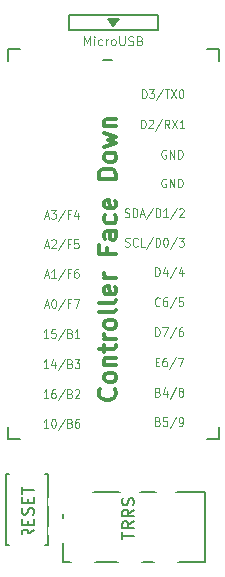
<source format=gto>
G04 #@! TF.GenerationSoftware,KiCad,Pcbnew,7.0.7*
G04 #@! TF.CreationDate,2023-09-27T19:23:00+01:00*
G04 #@! TF.ProjectId,ferris-sweep-compact,66657272-6973-42d7-9377-6565702d636f,0.1*
G04 #@! TF.SameCoordinates,Original*
G04 #@! TF.FileFunction,Legend,Top*
G04 #@! TF.FilePolarity,Positive*
%FSLAX46Y46*%
G04 Gerber Fmt 4.6, Leading zero omitted, Abs format (unit mm)*
G04 Created by KiCad (PCBNEW 7.0.7) date 2023-09-27 19:23:00*
%MOMM*%
%LPD*%
G01*
G04 APERTURE LIST*
%ADD10C,0.300000*%
%ADD11C,0.125000*%
%ADD12C,0.150000*%
%ADD13C,0.120000*%
%ADD14C,1.524000*%
%ADD15C,2.000000*%
%ADD16C,1.200000*%
%ADD17O,2.500000X1.700000*%
%ADD18C,2.101800*%
%ADD19C,1.390600*%
%ADD20C,3.829000*%
%ADD21C,2.432000*%
%ADD22C,1.924000*%
%ADD23C,2.400000*%
%ADD24C,1.600000*%
%ADD25O,2.900000X2.100000*%
G04 APERTURE END LIST*
D10*
X179072071Y-106503999D02*
X179143500Y-106575427D01*
X179143500Y-106575427D02*
X179214928Y-106789713D01*
X179214928Y-106789713D02*
X179214928Y-106932570D01*
X179214928Y-106932570D02*
X179143500Y-107146856D01*
X179143500Y-107146856D02*
X179000642Y-107289713D01*
X179000642Y-107289713D02*
X178857785Y-107361142D01*
X178857785Y-107361142D02*
X178572071Y-107432570D01*
X178572071Y-107432570D02*
X178357785Y-107432570D01*
X178357785Y-107432570D02*
X178072071Y-107361142D01*
X178072071Y-107361142D02*
X177929214Y-107289713D01*
X177929214Y-107289713D02*
X177786357Y-107146856D01*
X177786357Y-107146856D02*
X177714928Y-106932570D01*
X177714928Y-106932570D02*
X177714928Y-106789713D01*
X177714928Y-106789713D02*
X177786357Y-106575427D01*
X177786357Y-106575427D02*
X177857785Y-106503999D01*
X179214928Y-105646856D02*
X179143500Y-105789713D01*
X179143500Y-105789713D02*
X179072071Y-105861142D01*
X179072071Y-105861142D02*
X178929214Y-105932570D01*
X178929214Y-105932570D02*
X178500642Y-105932570D01*
X178500642Y-105932570D02*
X178357785Y-105861142D01*
X178357785Y-105861142D02*
X178286357Y-105789713D01*
X178286357Y-105789713D02*
X178214928Y-105646856D01*
X178214928Y-105646856D02*
X178214928Y-105432570D01*
X178214928Y-105432570D02*
X178286357Y-105289713D01*
X178286357Y-105289713D02*
X178357785Y-105218285D01*
X178357785Y-105218285D02*
X178500642Y-105146856D01*
X178500642Y-105146856D02*
X178929214Y-105146856D01*
X178929214Y-105146856D02*
X179072071Y-105218285D01*
X179072071Y-105218285D02*
X179143500Y-105289713D01*
X179143500Y-105289713D02*
X179214928Y-105432570D01*
X179214928Y-105432570D02*
X179214928Y-105646856D01*
X178214928Y-104503999D02*
X179214928Y-104503999D01*
X178357785Y-104503999D02*
X178286357Y-104432570D01*
X178286357Y-104432570D02*
X178214928Y-104289713D01*
X178214928Y-104289713D02*
X178214928Y-104075427D01*
X178214928Y-104075427D02*
X178286357Y-103932570D01*
X178286357Y-103932570D02*
X178429214Y-103861142D01*
X178429214Y-103861142D02*
X179214928Y-103861142D01*
X178214928Y-103361141D02*
X178214928Y-102789713D01*
X177714928Y-103146856D02*
X179000642Y-103146856D01*
X179000642Y-103146856D02*
X179143500Y-103075427D01*
X179143500Y-103075427D02*
X179214928Y-102932570D01*
X179214928Y-102932570D02*
X179214928Y-102789713D01*
X179214928Y-102289713D02*
X178214928Y-102289713D01*
X178500642Y-102289713D02*
X178357785Y-102218284D01*
X178357785Y-102218284D02*
X178286357Y-102146856D01*
X178286357Y-102146856D02*
X178214928Y-102003998D01*
X178214928Y-102003998D02*
X178214928Y-101861141D01*
X179214928Y-101146856D02*
X179143500Y-101289713D01*
X179143500Y-101289713D02*
X179072071Y-101361142D01*
X179072071Y-101361142D02*
X178929214Y-101432570D01*
X178929214Y-101432570D02*
X178500642Y-101432570D01*
X178500642Y-101432570D02*
X178357785Y-101361142D01*
X178357785Y-101361142D02*
X178286357Y-101289713D01*
X178286357Y-101289713D02*
X178214928Y-101146856D01*
X178214928Y-101146856D02*
X178214928Y-100932570D01*
X178214928Y-100932570D02*
X178286357Y-100789713D01*
X178286357Y-100789713D02*
X178357785Y-100718285D01*
X178357785Y-100718285D02*
X178500642Y-100646856D01*
X178500642Y-100646856D02*
X178929214Y-100646856D01*
X178929214Y-100646856D02*
X179072071Y-100718285D01*
X179072071Y-100718285D02*
X179143500Y-100789713D01*
X179143500Y-100789713D02*
X179214928Y-100932570D01*
X179214928Y-100932570D02*
X179214928Y-101146856D01*
X179214928Y-99789713D02*
X179143500Y-99932570D01*
X179143500Y-99932570D02*
X179000642Y-100003999D01*
X179000642Y-100003999D02*
X177714928Y-100003999D01*
X179214928Y-99003999D02*
X179143500Y-99146856D01*
X179143500Y-99146856D02*
X179000642Y-99218285D01*
X179000642Y-99218285D02*
X177714928Y-99218285D01*
X179143500Y-97861142D02*
X179214928Y-98003999D01*
X179214928Y-98003999D02*
X179214928Y-98289714D01*
X179214928Y-98289714D02*
X179143500Y-98432571D01*
X179143500Y-98432571D02*
X179000642Y-98503999D01*
X179000642Y-98503999D02*
X178429214Y-98503999D01*
X178429214Y-98503999D02*
X178286357Y-98432571D01*
X178286357Y-98432571D02*
X178214928Y-98289714D01*
X178214928Y-98289714D02*
X178214928Y-98003999D01*
X178214928Y-98003999D02*
X178286357Y-97861142D01*
X178286357Y-97861142D02*
X178429214Y-97789714D01*
X178429214Y-97789714D02*
X178572071Y-97789714D01*
X178572071Y-97789714D02*
X178714928Y-98503999D01*
X179214928Y-97146857D02*
X178214928Y-97146857D01*
X178500642Y-97146857D02*
X178357785Y-97075428D01*
X178357785Y-97075428D02*
X178286357Y-97004000D01*
X178286357Y-97004000D02*
X178214928Y-96861142D01*
X178214928Y-96861142D02*
X178214928Y-96718285D01*
X178429214Y-94575429D02*
X178429214Y-95075429D01*
X179214928Y-95075429D02*
X177714928Y-95075429D01*
X177714928Y-95075429D02*
X177714928Y-94361143D01*
X179214928Y-93146858D02*
X178429214Y-93146858D01*
X178429214Y-93146858D02*
X178286357Y-93218286D01*
X178286357Y-93218286D02*
X178214928Y-93361143D01*
X178214928Y-93361143D02*
X178214928Y-93646858D01*
X178214928Y-93646858D02*
X178286357Y-93789715D01*
X179143500Y-93146858D02*
X179214928Y-93289715D01*
X179214928Y-93289715D02*
X179214928Y-93646858D01*
X179214928Y-93646858D02*
X179143500Y-93789715D01*
X179143500Y-93789715D02*
X179000642Y-93861143D01*
X179000642Y-93861143D02*
X178857785Y-93861143D01*
X178857785Y-93861143D02*
X178714928Y-93789715D01*
X178714928Y-93789715D02*
X178643500Y-93646858D01*
X178643500Y-93646858D02*
X178643500Y-93289715D01*
X178643500Y-93289715D02*
X178572071Y-93146858D01*
X179143500Y-91789715D02*
X179214928Y-91932572D01*
X179214928Y-91932572D02*
X179214928Y-92218286D01*
X179214928Y-92218286D02*
X179143500Y-92361143D01*
X179143500Y-92361143D02*
X179072071Y-92432572D01*
X179072071Y-92432572D02*
X178929214Y-92504000D01*
X178929214Y-92504000D02*
X178500642Y-92504000D01*
X178500642Y-92504000D02*
X178357785Y-92432572D01*
X178357785Y-92432572D02*
X178286357Y-92361143D01*
X178286357Y-92361143D02*
X178214928Y-92218286D01*
X178214928Y-92218286D02*
X178214928Y-91932572D01*
X178214928Y-91932572D02*
X178286357Y-91789715D01*
X179143500Y-90575429D02*
X179214928Y-90718286D01*
X179214928Y-90718286D02*
X179214928Y-91004001D01*
X179214928Y-91004001D02*
X179143500Y-91146858D01*
X179143500Y-91146858D02*
X179000642Y-91218286D01*
X179000642Y-91218286D02*
X178429214Y-91218286D01*
X178429214Y-91218286D02*
X178286357Y-91146858D01*
X178286357Y-91146858D02*
X178214928Y-91004001D01*
X178214928Y-91004001D02*
X178214928Y-90718286D01*
X178214928Y-90718286D02*
X178286357Y-90575429D01*
X178286357Y-90575429D02*
X178429214Y-90504001D01*
X178429214Y-90504001D02*
X178572071Y-90504001D01*
X178572071Y-90504001D02*
X178714928Y-91218286D01*
X179214928Y-88718287D02*
X177714928Y-88718287D01*
X177714928Y-88718287D02*
X177714928Y-88361144D01*
X177714928Y-88361144D02*
X177786357Y-88146858D01*
X177786357Y-88146858D02*
X177929214Y-88004001D01*
X177929214Y-88004001D02*
X178072071Y-87932572D01*
X178072071Y-87932572D02*
X178357785Y-87861144D01*
X178357785Y-87861144D02*
X178572071Y-87861144D01*
X178572071Y-87861144D02*
X178857785Y-87932572D01*
X178857785Y-87932572D02*
X179000642Y-88004001D01*
X179000642Y-88004001D02*
X179143500Y-88146858D01*
X179143500Y-88146858D02*
X179214928Y-88361144D01*
X179214928Y-88361144D02*
X179214928Y-88718287D01*
X179214928Y-87004001D02*
X179143500Y-87146858D01*
X179143500Y-87146858D02*
X179072071Y-87218287D01*
X179072071Y-87218287D02*
X178929214Y-87289715D01*
X178929214Y-87289715D02*
X178500642Y-87289715D01*
X178500642Y-87289715D02*
X178357785Y-87218287D01*
X178357785Y-87218287D02*
X178286357Y-87146858D01*
X178286357Y-87146858D02*
X178214928Y-87004001D01*
X178214928Y-87004001D02*
X178214928Y-86789715D01*
X178214928Y-86789715D02*
X178286357Y-86646858D01*
X178286357Y-86646858D02*
X178357785Y-86575430D01*
X178357785Y-86575430D02*
X178500642Y-86504001D01*
X178500642Y-86504001D02*
X178929214Y-86504001D01*
X178929214Y-86504001D02*
X179072071Y-86575430D01*
X179072071Y-86575430D02*
X179143500Y-86646858D01*
X179143500Y-86646858D02*
X179214928Y-86789715D01*
X179214928Y-86789715D02*
X179214928Y-87004001D01*
X178214928Y-86004001D02*
X179214928Y-85718287D01*
X179214928Y-85718287D02*
X178500642Y-85432572D01*
X178500642Y-85432572D02*
X179214928Y-85146858D01*
X179214928Y-85146858D02*
X178214928Y-84861144D01*
X178214928Y-84289715D02*
X179214928Y-84289715D01*
X178357785Y-84289715D02*
X178286357Y-84218286D01*
X178286357Y-84218286D02*
X178214928Y-84075429D01*
X178214928Y-84075429D02*
X178214928Y-83861143D01*
X178214928Y-83861143D02*
X178286357Y-83718286D01*
X178286357Y-83718286D02*
X178429214Y-83646858D01*
X178429214Y-83646858D02*
X179214928Y-83646858D01*
D11*
X173450981Y-107306464D02*
X173068124Y-107306464D01*
X173259552Y-107306464D02*
X173259552Y-106556464D01*
X173259552Y-106556464D02*
X173195743Y-106663607D01*
X173195743Y-106663607D02*
X173131933Y-106735035D01*
X173131933Y-106735035D02*
X173068124Y-106770750D01*
X174025266Y-106556464D02*
X173897647Y-106556464D01*
X173897647Y-106556464D02*
X173833838Y-106592178D01*
X173833838Y-106592178D02*
X173801933Y-106627892D01*
X173801933Y-106627892D02*
X173738123Y-106735035D01*
X173738123Y-106735035D02*
X173706219Y-106877892D01*
X173706219Y-106877892D02*
X173706219Y-107163607D01*
X173706219Y-107163607D02*
X173738123Y-107235035D01*
X173738123Y-107235035D02*
X173770028Y-107270750D01*
X173770028Y-107270750D02*
X173833838Y-107306464D01*
X173833838Y-107306464D02*
X173961457Y-107306464D01*
X173961457Y-107306464D02*
X174025266Y-107270750D01*
X174025266Y-107270750D02*
X174057171Y-107235035D01*
X174057171Y-107235035D02*
X174089076Y-107163607D01*
X174089076Y-107163607D02*
X174089076Y-106985035D01*
X174089076Y-106985035D02*
X174057171Y-106913607D01*
X174057171Y-106913607D02*
X174025266Y-106877892D01*
X174025266Y-106877892D02*
X173961457Y-106842178D01*
X173961457Y-106842178D02*
X173833838Y-106842178D01*
X173833838Y-106842178D02*
X173770028Y-106877892D01*
X173770028Y-106877892D02*
X173738123Y-106913607D01*
X173738123Y-106913607D02*
X173706219Y-106985035D01*
X174854790Y-106520750D02*
X174280504Y-107485035D01*
X175301457Y-106913607D02*
X175397171Y-106949321D01*
X175397171Y-106949321D02*
X175429076Y-106985035D01*
X175429076Y-106985035D02*
X175460980Y-107056464D01*
X175460980Y-107056464D02*
X175460980Y-107163607D01*
X175460980Y-107163607D02*
X175429076Y-107235035D01*
X175429076Y-107235035D02*
X175397171Y-107270750D01*
X175397171Y-107270750D02*
X175333361Y-107306464D01*
X175333361Y-107306464D02*
X175078123Y-107306464D01*
X175078123Y-107306464D02*
X175078123Y-106556464D01*
X175078123Y-106556464D02*
X175301457Y-106556464D01*
X175301457Y-106556464D02*
X175365266Y-106592178D01*
X175365266Y-106592178D02*
X175397171Y-106627892D01*
X175397171Y-106627892D02*
X175429076Y-106699321D01*
X175429076Y-106699321D02*
X175429076Y-106770750D01*
X175429076Y-106770750D02*
X175397171Y-106842178D01*
X175397171Y-106842178D02*
X175365266Y-106877892D01*
X175365266Y-106877892D02*
X175301457Y-106913607D01*
X175301457Y-106913607D02*
X175078123Y-106913607D01*
X175716219Y-106627892D02*
X175748123Y-106592178D01*
X175748123Y-106592178D02*
X175811933Y-106556464D01*
X175811933Y-106556464D02*
X175971457Y-106556464D01*
X175971457Y-106556464D02*
X176035266Y-106592178D01*
X176035266Y-106592178D02*
X176067171Y-106627892D01*
X176067171Y-106627892D02*
X176099076Y-106699321D01*
X176099076Y-106699321D02*
X176099076Y-106770750D01*
X176099076Y-106770750D02*
X176067171Y-106877892D01*
X176067171Y-106877892D02*
X175684314Y-107306464D01*
X175684314Y-107306464D02*
X176099076Y-107306464D01*
X182550981Y-104213607D02*
X182774315Y-104213607D01*
X182870029Y-104606464D02*
X182550981Y-104606464D01*
X182550981Y-104606464D02*
X182550981Y-103856464D01*
X182550981Y-103856464D02*
X182870029Y-103856464D01*
X183444314Y-103856464D02*
X183316695Y-103856464D01*
X183316695Y-103856464D02*
X183252886Y-103892178D01*
X183252886Y-103892178D02*
X183220981Y-103927892D01*
X183220981Y-103927892D02*
X183157171Y-104035035D01*
X183157171Y-104035035D02*
X183125267Y-104177892D01*
X183125267Y-104177892D02*
X183125267Y-104463607D01*
X183125267Y-104463607D02*
X183157171Y-104535035D01*
X183157171Y-104535035D02*
X183189076Y-104570750D01*
X183189076Y-104570750D02*
X183252886Y-104606464D01*
X183252886Y-104606464D02*
X183380505Y-104606464D01*
X183380505Y-104606464D02*
X183444314Y-104570750D01*
X183444314Y-104570750D02*
X183476219Y-104535035D01*
X183476219Y-104535035D02*
X183508124Y-104463607D01*
X183508124Y-104463607D02*
X183508124Y-104285035D01*
X183508124Y-104285035D02*
X183476219Y-104213607D01*
X183476219Y-104213607D02*
X183444314Y-104177892D01*
X183444314Y-104177892D02*
X183380505Y-104142178D01*
X183380505Y-104142178D02*
X183252886Y-104142178D01*
X183252886Y-104142178D02*
X183189076Y-104177892D01*
X183189076Y-104177892D02*
X183157171Y-104213607D01*
X183157171Y-104213607D02*
X183125267Y-104285035D01*
X184273838Y-103820750D02*
X183699552Y-104785035D01*
X184433362Y-103856464D02*
X184880028Y-103856464D01*
X184880028Y-103856464D02*
X184592886Y-104606464D01*
X182742410Y-106763607D02*
X182838124Y-106799321D01*
X182838124Y-106799321D02*
X182870029Y-106835035D01*
X182870029Y-106835035D02*
X182901933Y-106906464D01*
X182901933Y-106906464D02*
X182901933Y-107013607D01*
X182901933Y-107013607D02*
X182870029Y-107085035D01*
X182870029Y-107085035D02*
X182838124Y-107120750D01*
X182838124Y-107120750D02*
X182774314Y-107156464D01*
X182774314Y-107156464D02*
X182519076Y-107156464D01*
X182519076Y-107156464D02*
X182519076Y-106406464D01*
X182519076Y-106406464D02*
X182742410Y-106406464D01*
X182742410Y-106406464D02*
X182806219Y-106442178D01*
X182806219Y-106442178D02*
X182838124Y-106477892D01*
X182838124Y-106477892D02*
X182870029Y-106549321D01*
X182870029Y-106549321D02*
X182870029Y-106620750D01*
X182870029Y-106620750D02*
X182838124Y-106692178D01*
X182838124Y-106692178D02*
X182806219Y-106727892D01*
X182806219Y-106727892D02*
X182742410Y-106763607D01*
X182742410Y-106763607D02*
X182519076Y-106763607D01*
X183476219Y-106656464D02*
X183476219Y-107156464D01*
X183316695Y-106370750D02*
X183157172Y-106906464D01*
X183157172Y-106906464D02*
X183571933Y-106906464D01*
X184305743Y-106370750D02*
X183731457Y-107335035D01*
X184624791Y-106727892D02*
X184560981Y-106692178D01*
X184560981Y-106692178D02*
X184529076Y-106656464D01*
X184529076Y-106656464D02*
X184497172Y-106585035D01*
X184497172Y-106585035D02*
X184497172Y-106549321D01*
X184497172Y-106549321D02*
X184529076Y-106477892D01*
X184529076Y-106477892D02*
X184560981Y-106442178D01*
X184560981Y-106442178D02*
X184624791Y-106406464D01*
X184624791Y-106406464D02*
X184752410Y-106406464D01*
X184752410Y-106406464D02*
X184816219Y-106442178D01*
X184816219Y-106442178D02*
X184848124Y-106477892D01*
X184848124Y-106477892D02*
X184880029Y-106549321D01*
X184880029Y-106549321D02*
X184880029Y-106585035D01*
X184880029Y-106585035D02*
X184848124Y-106656464D01*
X184848124Y-106656464D02*
X184816219Y-106692178D01*
X184816219Y-106692178D02*
X184752410Y-106727892D01*
X184752410Y-106727892D02*
X184624791Y-106727892D01*
X184624791Y-106727892D02*
X184560981Y-106763607D01*
X184560981Y-106763607D02*
X184529076Y-106799321D01*
X184529076Y-106799321D02*
X184497172Y-106870750D01*
X184497172Y-106870750D02*
X184497172Y-107013607D01*
X184497172Y-107013607D02*
X184529076Y-107085035D01*
X184529076Y-107085035D02*
X184560981Y-107120750D01*
X184560981Y-107120750D02*
X184624791Y-107156464D01*
X184624791Y-107156464D02*
X184752410Y-107156464D01*
X184752410Y-107156464D02*
X184816219Y-107120750D01*
X184816219Y-107120750D02*
X184848124Y-107085035D01*
X184848124Y-107085035D02*
X184880029Y-107013607D01*
X184880029Y-107013607D02*
X184880029Y-106870750D01*
X184880029Y-106870750D02*
X184848124Y-106799321D01*
X184848124Y-106799321D02*
X184816219Y-106763607D01*
X184816219Y-106763607D02*
X184752410Y-106727892D01*
X181394790Y-81906464D02*
X181394790Y-81156464D01*
X181394790Y-81156464D02*
X181554314Y-81156464D01*
X181554314Y-81156464D02*
X181650028Y-81192178D01*
X181650028Y-81192178D02*
X181713838Y-81263607D01*
X181713838Y-81263607D02*
X181745743Y-81335035D01*
X181745743Y-81335035D02*
X181777647Y-81477892D01*
X181777647Y-81477892D02*
X181777647Y-81585035D01*
X181777647Y-81585035D02*
X181745743Y-81727892D01*
X181745743Y-81727892D02*
X181713838Y-81799321D01*
X181713838Y-81799321D02*
X181650028Y-81870750D01*
X181650028Y-81870750D02*
X181554314Y-81906464D01*
X181554314Y-81906464D02*
X181394790Y-81906464D01*
X182000981Y-81156464D02*
X182415743Y-81156464D01*
X182415743Y-81156464D02*
X182192409Y-81442178D01*
X182192409Y-81442178D02*
X182288124Y-81442178D01*
X182288124Y-81442178D02*
X182351933Y-81477892D01*
X182351933Y-81477892D02*
X182383838Y-81513607D01*
X182383838Y-81513607D02*
X182415743Y-81585035D01*
X182415743Y-81585035D02*
X182415743Y-81763607D01*
X182415743Y-81763607D02*
X182383838Y-81835035D01*
X182383838Y-81835035D02*
X182351933Y-81870750D01*
X182351933Y-81870750D02*
X182288124Y-81906464D01*
X182288124Y-81906464D02*
X182096695Y-81906464D01*
X182096695Y-81906464D02*
X182032886Y-81870750D01*
X182032886Y-81870750D02*
X182000981Y-81835035D01*
X183181457Y-81120750D02*
X182607171Y-82085035D01*
X183309076Y-81156464D02*
X183691933Y-81156464D01*
X183500505Y-81906464D02*
X183500505Y-81156464D01*
X183851457Y-81156464D02*
X184298123Y-81906464D01*
X184298123Y-81156464D02*
X183851457Y-81906464D01*
X184680980Y-81156464D02*
X184744790Y-81156464D01*
X184744790Y-81156464D02*
X184808599Y-81192178D01*
X184808599Y-81192178D02*
X184840504Y-81227892D01*
X184840504Y-81227892D02*
X184872409Y-81299321D01*
X184872409Y-81299321D02*
X184904314Y-81442178D01*
X184904314Y-81442178D02*
X184904314Y-81620750D01*
X184904314Y-81620750D02*
X184872409Y-81763607D01*
X184872409Y-81763607D02*
X184840504Y-81835035D01*
X184840504Y-81835035D02*
X184808599Y-81870750D01*
X184808599Y-81870750D02*
X184744790Y-81906464D01*
X184744790Y-81906464D02*
X184680980Y-81906464D01*
X184680980Y-81906464D02*
X184617171Y-81870750D01*
X184617171Y-81870750D02*
X184585266Y-81835035D01*
X184585266Y-81835035D02*
X184553361Y-81763607D01*
X184553361Y-81763607D02*
X184521457Y-81620750D01*
X184521457Y-81620750D02*
X184521457Y-81442178D01*
X184521457Y-81442178D02*
X184553361Y-81299321D01*
X184553361Y-81299321D02*
X184585266Y-81227892D01*
X184585266Y-81227892D02*
X184617171Y-81192178D01*
X184617171Y-81192178D02*
X184680980Y-81156464D01*
X173450981Y-102206464D02*
X173068124Y-102206464D01*
X173259552Y-102206464D02*
X173259552Y-101456464D01*
X173259552Y-101456464D02*
X173195743Y-101563607D01*
X173195743Y-101563607D02*
X173131933Y-101635035D01*
X173131933Y-101635035D02*
X173068124Y-101670750D01*
X174057171Y-101456464D02*
X173738123Y-101456464D01*
X173738123Y-101456464D02*
X173706219Y-101813607D01*
X173706219Y-101813607D02*
X173738123Y-101777892D01*
X173738123Y-101777892D02*
X173801933Y-101742178D01*
X173801933Y-101742178D02*
X173961457Y-101742178D01*
X173961457Y-101742178D02*
X174025266Y-101777892D01*
X174025266Y-101777892D02*
X174057171Y-101813607D01*
X174057171Y-101813607D02*
X174089076Y-101885035D01*
X174089076Y-101885035D02*
X174089076Y-102063607D01*
X174089076Y-102063607D02*
X174057171Y-102135035D01*
X174057171Y-102135035D02*
X174025266Y-102170750D01*
X174025266Y-102170750D02*
X173961457Y-102206464D01*
X173961457Y-102206464D02*
X173801933Y-102206464D01*
X173801933Y-102206464D02*
X173738123Y-102170750D01*
X173738123Y-102170750D02*
X173706219Y-102135035D01*
X174854790Y-101420750D02*
X174280504Y-102385035D01*
X175301457Y-101813607D02*
X175397171Y-101849321D01*
X175397171Y-101849321D02*
X175429076Y-101885035D01*
X175429076Y-101885035D02*
X175460980Y-101956464D01*
X175460980Y-101956464D02*
X175460980Y-102063607D01*
X175460980Y-102063607D02*
X175429076Y-102135035D01*
X175429076Y-102135035D02*
X175397171Y-102170750D01*
X175397171Y-102170750D02*
X175333361Y-102206464D01*
X175333361Y-102206464D02*
X175078123Y-102206464D01*
X175078123Y-102206464D02*
X175078123Y-101456464D01*
X175078123Y-101456464D02*
X175301457Y-101456464D01*
X175301457Y-101456464D02*
X175365266Y-101492178D01*
X175365266Y-101492178D02*
X175397171Y-101527892D01*
X175397171Y-101527892D02*
X175429076Y-101599321D01*
X175429076Y-101599321D02*
X175429076Y-101670750D01*
X175429076Y-101670750D02*
X175397171Y-101742178D01*
X175397171Y-101742178D02*
X175365266Y-101777892D01*
X175365266Y-101777892D02*
X175301457Y-101813607D01*
X175301457Y-101813607D02*
X175078123Y-101813607D01*
X176099076Y-102206464D02*
X175716219Y-102206464D01*
X175907647Y-102206464D02*
X175907647Y-101456464D01*
X175907647Y-101456464D02*
X175843838Y-101563607D01*
X175843838Y-101563607D02*
X175780028Y-101635035D01*
X175780028Y-101635035D02*
X175716219Y-101670750D01*
D12*
X178094314Y-78689866D02*
X178856219Y-78689866D01*
D11*
X182901933Y-99435035D02*
X182870029Y-99470750D01*
X182870029Y-99470750D02*
X182774314Y-99506464D01*
X182774314Y-99506464D02*
X182710505Y-99506464D01*
X182710505Y-99506464D02*
X182614791Y-99470750D01*
X182614791Y-99470750D02*
X182550981Y-99399321D01*
X182550981Y-99399321D02*
X182519076Y-99327892D01*
X182519076Y-99327892D02*
X182487172Y-99185035D01*
X182487172Y-99185035D02*
X182487172Y-99077892D01*
X182487172Y-99077892D02*
X182519076Y-98935035D01*
X182519076Y-98935035D02*
X182550981Y-98863607D01*
X182550981Y-98863607D02*
X182614791Y-98792178D01*
X182614791Y-98792178D02*
X182710505Y-98756464D01*
X182710505Y-98756464D02*
X182774314Y-98756464D01*
X182774314Y-98756464D02*
X182870029Y-98792178D01*
X182870029Y-98792178D02*
X182901933Y-98827892D01*
X183476219Y-98756464D02*
X183348600Y-98756464D01*
X183348600Y-98756464D02*
X183284791Y-98792178D01*
X183284791Y-98792178D02*
X183252886Y-98827892D01*
X183252886Y-98827892D02*
X183189076Y-98935035D01*
X183189076Y-98935035D02*
X183157172Y-99077892D01*
X183157172Y-99077892D02*
X183157172Y-99363607D01*
X183157172Y-99363607D02*
X183189076Y-99435035D01*
X183189076Y-99435035D02*
X183220981Y-99470750D01*
X183220981Y-99470750D02*
X183284791Y-99506464D01*
X183284791Y-99506464D02*
X183412410Y-99506464D01*
X183412410Y-99506464D02*
X183476219Y-99470750D01*
X183476219Y-99470750D02*
X183508124Y-99435035D01*
X183508124Y-99435035D02*
X183540029Y-99363607D01*
X183540029Y-99363607D02*
X183540029Y-99185035D01*
X183540029Y-99185035D02*
X183508124Y-99113607D01*
X183508124Y-99113607D02*
X183476219Y-99077892D01*
X183476219Y-99077892D02*
X183412410Y-99042178D01*
X183412410Y-99042178D02*
X183284791Y-99042178D01*
X183284791Y-99042178D02*
X183220981Y-99077892D01*
X183220981Y-99077892D02*
X183189076Y-99113607D01*
X183189076Y-99113607D02*
X183157172Y-99185035D01*
X184305743Y-98720750D02*
X183731457Y-99685035D01*
X184848124Y-98756464D02*
X184529076Y-98756464D01*
X184529076Y-98756464D02*
X184497172Y-99113607D01*
X184497172Y-99113607D02*
X184529076Y-99077892D01*
X184529076Y-99077892D02*
X184592886Y-99042178D01*
X184592886Y-99042178D02*
X184752410Y-99042178D01*
X184752410Y-99042178D02*
X184816219Y-99077892D01*
X184816219Y-99077892D02*
X184848124Y-99113607D01*
X184848124Y-99113607D02*
X184880029Y-99185035D01*
X184880029Y-99185035D02*
X184880029Y-99363607D01*
X184880029Y-99363607D02*
X184848124Y-99435035D01*
X184848124Y-99435035D02*
X184816219Y-99470750D01*
X184816219Y-99470750D02*
X184752410Y-99506464D01*
X184752410Y-99506464D02*
X184592886Y-99506464D01*
X184592886Y-99506464D02*
X184529076Y-99470750D01*
X184529076Y-99470750D02*
X184497172Y-99435035D01*
X173147886Y-91892178D02*
X173466933Y-91892178D01*
X173084076Y-92106464D02*
X173307409Y-91356464D01*
X173307409Y-91356464D02*
X173530743Y-92106464D01*
X173690267Y-91356464D02*
X174105029Y-91356464D01*
X174105029Y-91356464D02*
X173881695Y-91642178D01*
X173881695Y-91642178D02*
X173977410Y-91642178D01*
X173977410Y-91642178D02*
X174041219Y-91677892D01*
X174041219Y-91677892D02*
X174073124Y-91713607D01*
X174073124Y-91713607D02*
X174105029Y-91785035D01*
X174105029Y-91785035D02*
X174105029Y-91963607D01*
X174105029Y-91963607D02*
X174073124Y-92035035D01*
X174073124Y-92035035D02*
X174041219Y-92070750D01*
X174041219Y-92070750D02*
X173977410Y-92106464D01*
X173977410Y-92106464D02*
X173785981Y-92106464D01*
X173785981Y-92106464D02*
X173722172Y-92070750D01*
X173722172Y-92070750D02*
X173690267Y-92035035D01*
X174870743Y-91320750D02*
X174296457Y-92285035D01*
X175317410Y-91713607D02*
X175094076Y-91713607D01*
X175094076Y-92106464D02*
X175094076Y-91356464D01*
X175094076Y-91356464D02*
X175413124Y-91356464D01*
X175955505Y-91606464D02*
X175955505Y-92106464D01*
X175795981Y-91320750D02*
X175636458Y-91856464D01*
X175636458Y-91856464D02*
X176051219Y-91856464D01*
X179960981Y-94420750D02*
X180056695Y-94456464D01*
X180056695Y-94456464D02*
X180216219Y-94456464D01*
X180216219Y-94456464D02*
X180280028Y-94420750D01*
X180280028Y-94420750D02*
X180311933Y-94385035D01*
X180311933Y-94385035D02*
X180343838Y-94313607D01*
X180343838Y-94313607D02*
X180343838Y-94242178D01*
X180343838Y-94242178D02*
X180311933Y-94170750D01*
X180311933Y-94170750D02*
X180280028Y-94135035D01*
X180280028Y-94135035D02*
X180216219Y-94099321D01*
X180216219Y-94099321D02*
X180088600Y-94063607D01*
X180088600Y-94063607D02*
X180024790Y-94027892D01*
X180024790Y-94027892D02*
X179992885Y-93992178D01*
X179992885Y-93992178D02*
X179960981Y-93920750D01*
X179960981Y-93920750D02*
X179960981Y-93849321D01*
X179960981Y-93849321D02*
X179992885Y-93777892D01*
X179992885Y-93777892D02*
X180024790Y-93742178D01*
X180024790Y-93742178D02*
X180088600Y-93706464D01*
X180088600Y-93706464D02*
X180248123Y-93706464D01*
X180248123Y-93706464D02*
X180343838Y-93742178D01*
X181013837Y-94385035D02*
X180981933Y-94420750D01*
X180981933Y-94420750D02*
X180886218Y-94456464D01*
X180886218Y-94456464D02*
X180822409Y-94456464D01*
X180822409Y-94456464D02*
X180726695Y-94420750D01*
X180726695Y-94420750D02*
X180662885Y-94349321D01*
X180662885Y-94349321D02*
X180630980Y-94277892D01*
X180630980Y-94277892D02*
X180599076Y-94135035D01*
X180599076Y-94135035D02*
X180599076Y-94027892D01*
X180599076Y-94027892D02*
X180630980Y-93885035D01*
X180630980Y-93885035D02*
X180662885Y-93813607D01*
X180662885Y-93813607D02*
X180726695Y-93742178D01*
X180726695Y-93742178D02*
X180822409Y-93706464D01*
X180822409Y-93706464D02*
X180886218Y-93706464D01*
X180886218Y-93706464D02*
X180981933Y-93742178D01*
X180981933Y-93742178D02*
X181013837Y-93777892D01*
X181620028Y-94456464D02*
X181300980Y-94456464D01*
X181300980Y-94456464D02*
X181300980Y-93706464D01*
X182321933Y-93670750D02*
X181747647Y-94635035D01*
X182545266Y-94456464D02*
X182545266Y-93706464D01*
X182545266Y-93706464D02*
X182704790Y-93706464D01*
X182704790Y-93706464D02*
X182800504Y-93742178D01*
X182800504Y-93742178D02*
X182864314Y-93813607D01*
X182864314Y-93813607D02*
X182896219Y-93885035D01*
X182896219Y-93885035D02*
X182928123Y-94027892D01*
X182928123Y-94027892D02*
X182928123Y-94135035D01*
X182928123Y-94135035D02*
X182896219Y-94277892D01*
X182896219Y-94277892D02*
X182864314Y-94349321D01*
X182864314Y-94349321D02*
X182800504Y-94420750D01*
X182800504Y-94420750D02*
X182704790Y-94456464D01*
X182704790Y-94456464D02*
X182545266Y-94456464D01*
X183342885Y-93706464D02*
X183406695Y-93706464D01*
X183406695Y-93706464D02*
X183470504Y-93742178D01*
X183470504Y-93742178D02*
X183502409Y-93777892D01*
X183502409Y-93777892D02*
X183534314Y-93849321D01*
X183534314Y-93849321D02*
X183566219Y-93992178D01*
X183566219Y-93992178D02*
X183566219Y-94170750D01*
X183566219Y-94170750D02*
X183534314Y-94313607D01*
X183534314Y-94313607D02*
X183502409Y-94385035D01*
X183502409Y-94385035D02*
X183470504Y-94420750D01*
X183470504Y-94420750D02*
X183406695Y-94456464D01*
X183406695Y-94456464D02*
X183342885Y-94456464D01*
X183342885Y-94456464D02*
X183279076Y-94420750D01*
X183279076Y-94420750D02*
X183247171Y-94385035D01*
X183247171Y-94385035D02*
X183215266Y-94313607D01*
X183215266Y-94313607D02*
X183183362Y-94170750D01*
X183183362Y-94170750D02*
X183183362Y-93992178D01*
X183183362Y-93992178D02*
X183215266Y-93849321D01*
X183215266Y-93849321D02*
X183247171Y-93777892D01*
X183247171Y-93777892D02*
X183279076Y-93742178D01*
X183279076Y-93742178D02*
X183342885Y-93706464D01*
X184331933Y-93670750D02*
X183757647Y-94635035D01*
X184491457Y-93706464D02*
X184906219Y-93706464D01*
X184906219Y-93706464D02*
X184682885Y-93992178D01*
X184682885Y-93992178D02*
X184778600Y-93992178D01*
X184778600Y-93992178D02*
X184842409Y-94027892D01*
X184842409Y-94027892D02*
X184874314Y-94063607D01*
X184874314Y-94063607D02*
X184906219Y-94135035D01*
X184906219Y-94135035D02*
X184906219Y-94313607D01*
X184906219Y-94313607D02*
X184874314Y-94385035D01*
X184874314Y-94385035D02*
X184842409Y-94420750D01*
X184842409Y-94420750D02*
X184778600Y-94456464D01*
X184778600Y-94456464D02*
X184587171Y-94456464D01*
X184587171Y-94456464D02*
X184523362Y-94420750D01*
X184523362Y-94420750D02*
X184491457Y-94385035D01*
X173147886Y-99442178D02*
X173466933Y-99442178D01*
X173084076Y-99656464D02*
X173307409Y-98906464D01*
X173307409Y-98906464D02*
X173530743Y-99656464D01*
X173881695Y-98906464D02*
X173945505Y-98906464D01*
X173945505Y-98906464D02*
X174009314Y-98942178D01*
X174009314Y-98942178D02*
X174041219Y-98977892D01*
X174041219Y-98977892D02*
X174073124Y-99049321D01*
X174073124Y-99049321D02*
X174105029Y-99192178D01*
X174105029Y-99192178D02*
X174105029Y-99370750D01*
X174105029Y-99370750D02*
X174073124Y-99513607D01*
X174073124Y-99513607D02*
X174041219Y-99585035D01*
X174041219Y-99585035D02*
X174009314Y-99620750D01*
X174009314Y-99620750D02*
X173945505Y-99656464D01*
X173945505Y-99656464D02*
X173881695Y-99656464D01*
X173881695Y-99656464D02*
X173817886Y-99620750D01*
X173817886Y-99620750D02*
X173785981Y-99585035D01*
X173785981Y-99585035D02*
X173754076Y-99513607D01*
X173754076Y-99513607D02*
X173722172Y-99370750D01*
X173722172Y-99370750D02*
X173722172Y-99192178D01*
X173722172Y-99192178D02*
X173754076Y-99049321D01*
X173754076Y-99049321D02*
X173785981Y-98977892D01*
X173785981Y-98977892D02*
X173817886Y-98942178D01*
X173817886Y-98942178D02*
X173881695Y-98906464D01*
X174870743Y-98870750D02*
X174296457Y-99835035D01*
X175317410Y-99263607D02*
X175094076Y-99263607D01*
X175094076Y-99656464D02*
X175094076Y-98906464D01*
X175094076Y-98906464D02*
X175413124Y-98906464D01*
X175604553Y-98906464D02*
X176051219Y-98906464D01*
X176051219Y-98906464D02*
X175764077Y-99656464D01*
D13*
X176482171Y-77406724D02*
X176482171Y-76656724D01*
X176482171Y-76656724D02*
X176732171Y-77192438D01*
X176732171Y-77192438D02*
X176982171Y-76656724D01*
X176982171Y-76656724D02*
X176982171Y-77406724D01*
X177339314Y-77406724D02*
X177339314Y-76906724D01*
X177339314Y-76656724D02*
X177303600Y-76692438D01*
X177303600Y-76692438D02*
X177339314Y-76728152D01*
X177339314Y-76728152D02*
X177375028Y-76692438D01*
X177375028Y-76692438D02*
X177339314Y-76656724D01*
X177339314Y-76656724D02*
X177339314Y-76728152D01*
X178017886Y-77371010D02*
X177946457Y-77406724D01*
X177946457Y-77406724D02*
X177803600Y-77406724D01*
X177803600Y-77406724D02*
X177732171Y-77371010D01*
X177732171Y-77371010D02*
X177696457Y-77335295D01*
X177696457Y-77335295D02*
X177660743Y-77263867D01*
X177660743Y-77263867D02*
X177660743Y-77049581D01*
X177660743Y-77049581D02*
X177696457Y-76978152D01*
X177696457Y-76978152D02*
X177732171Y-76942438D01*
X177732171Y-76942438D02*
X177803600Y-76906724D01*
X177803600Y-76906724D02*
X177946457Y-76906724D01*
X177946457Y-76906724D02*
X178017886Y-76942438D01*
X178339314Y-77406724D02*
X178339314Y-76906724D01*
X178339314Y-77049581D02*
X178375028Y-76978152D01*
X178375028Y-76978152D02*
X178410743Y-76942438D01*
X178410743Y-76942438D02*
X178482171Y-76906724D01*
X178482171Y-76906724D02*
X178553600Y-76906724D01*
X178910743Y-77406724D02*
X178839314Y-77371010D01*
X178839314Y-77371010D02*
X178803600Y-77335295D01*
X178803600Y-77335295D02*
X178767886Y-77263867D01*
X178767886Y-77263867D02*
X178767886Y-77049581D01*
X178767886Y-77049581D02*
X178803600Y-76978152D01*
X178803600Y-76978152D02*
X178839314Y-76942438D01*
X178839314Y-76942438D02*
X178910743Y-76906724D01*
X178910743Y-76906724D02*
X179017886Y-76906724D01*
X179017886Y-76906724D02*
X179089314Y-76942438D01*
X179089314Y-76942438D02*
X179125029Y-76978152D01*
X179125029Y-76978152D02*
X179160743Y-77049581D01*
X179160743Y-77049581D02*
X179160743Y-77263867D01*
X179160743Y-77263867D02*
X179125029Y-77335295D01*
X179125029Y-77335295D02*
X179089314Y-77371010D01*
X179089314Y-77371010D02*
X179017886Y-77406724D01*
X179017886Y-77406724D02*
X178910743Y-77406724D01*
X179482171Y-76656724D02*
X179482171Y-77263867D01*
X179482171Y-77263867D02*
X179517885Y-77335295D01*
X179517885Y-77335295D02*
X179553600Y-77371010D01*
X179553600Y-77371010D02*
X179625028Y-77406724D01*
X179625028Y-77406724D02*
X179767885Y-77406724D01*
X179767885Y-77406724D02*
X179839314Y-77371010D01*
X179839314Y-77371010D02*
X179875028Y-77335295D01*
X179875028Y-77335295D02*
X179910742Y-77263867D01*
X179910742Y-77263867D02*
X179910742Y-76656724D01*
X180232171Y-77371010D02*
X180339314Y-77406724D01*
X180339314Y-77406724D02*
X180517885Y-77406724D01*
X180517885Y-77406724D02*
X180589314Y-77371010D01*
X180589314Y-77371010D02*
X180625028Y-77335295D01*
X180625028Y-77335295D02*
X180660742Y-77263867D01*
X180660742Y-77263867D02*
X180660742Y-77192438D01*
X180660742Y-77192438D02*
X180625028Y-77121010D01*
X180625028Y-77121010D02*
X180589314Y-77085295D01*
X180589314Y-77085295D02*
X180517885Y-77049581D01*
X180517885Y-77049581D02*
X180375028Y-77013867D01*
X180375028Y-77013867D02*
X180303599Y-76978152D01*
X180303599Y-76978152D02*
X180267885Y-76942438D01*
X180267885Y-76942438D02*
X180232171Y-76871010D01*
X180232171Y-76871010D02*
X180232171Y-76799581D01*
X180232171Y-76799581D02*
X180267885Y-76728152D01*
X180267885Y-76728152D02*
X180303599Y-76692438D01*
X180303599Y-76692438D02*
X180375028Y-76656724D01*
X180375028Y-76656724D02*
X180553599Y-76656724D01*
X180553599Y-76656724D02*
X180660742Y-76692438D01*
X181232171Y-77013867D02*
X181339314Y-77049581D01*
X181339314Y-77049581D02*
X181375028Y-77085295D01*
X181375028Y-77085295D02*
X181410742Y-77156724D01*
X181410742Y-77156724D02*
X181410742Y-77263867D01*
X181410742Y-77263867D02*
X181375028Y-77335295D01*
X181375028Y-77335295D02*
X181339314Y-77371010D01*
X181339314Y-77371010D02*
X181267885Y-77406724D01*
X181267885Y-77406724D02*
X180982171Y-77406724D01*
X180982171Y-77406724D02*
X180982171Y-76656724D01*
X180982171Y-76656724D02*
X181232171Y-76656724D01*
X181232171Y-76656724D02*
X181303600Y-76692438D01*
X181303600Y-76692438D02*
X181339314Y-76728152D01*
X181339314Y-76728152D02*
X181375028Y-76799581D01*
X181375028Y-76799581D02*
X181375028Y-76871010D01*
X181375028Y-76871010D02*
X181339314Y-76942438D01*
X181339314Y-76942438D02*
X181303600Y-76978152D01*
X181303600Y-76978152D02*
X181232171Y-77013867D01*
X181232171Y-77013867D02*
X180982171Y-77013867D01*
D11*
X183423124Y-88742178D02*
X183359314Y-88706464D01*
X183359314Y-88706464D02*
X183263600Y-88706464D01*
X183263600Y-88706464D02*
X183167886Y-88742178D01*
X183167886Y-88742178D02*
X183104076Y-88813607D01*
X183104076Y-88813607D02*
X183072171Y-88885035D01*
X183072171Y-88885035D02*
X183040267Y-89027892D01*
X183040267Y-89027892D02*
X183040267Y-89135035D01*
X183040267Y-89135035D02*
X183072171Y-89277892D01*
X183072171Y-89277892D02*
X183104076Y-89349321D01*
X183104076Y-89349321D02*
X183167886Y-89420750D01*
X183167886Y-89420750D02*
X183263600Y-89456464D01*
X183263600Y-89456464D02*
X183327409Y-89456464D01*
X183327409Y-89456464D02*
X183423124Y-89420750D01*
X183423124Y-89420750D02*
X183455028Y-89385035D01*
X183455028Y-89385035D02*
X183455028Y-89135035D01*
X183455028Y-89135035D02*
X183327409Y-89135035D01*
X183742171Y-89456464D02*
X183742171Y-88706464D01*
X183742171Y-88706464D02*
X184125028Y-89456464D01*
X184125028Y-89456464D02*
X184125028Y-88706464D01*
X184444076Y-89456464D02*
X184444076Y-88706464D01*
X184444076Y-88706464D02*
X184603600Y-88706464D01*
X184603600Y-88706464D02*
X184699314Y-88742178D01*
X184699314Y-88742178D02*
X184763124Y-88813607D01*
X184763124Y-88813607D02*
X184795029Y-88885035D01*
X184795029Y-88885035D02*
X184826933Y-89027892D01*
X184826933Y-89027892D02*
X184826933Y-89135035D01*
X184826933Y-89135035D02*
X184795029Y-89277892D01*
X184795029Y-89277892D02*
X184763124Y-89349321D01*
X184763124Y-89349321D02*
X184699314Y-89420750D01*
X184699314Y-89420750D02*
X184603600Y-89456464D01*
X184603600Y-89456464D02*
X184444076Y-89456464D01*
X173450981Y-104756464D02*
X173068124Y-104756464D01*
X173259552Y-104756464D02*
X173259552Y-104006464D01*
X173259552Y-104006464D02*
X173195743Y-104113607D01*
X173195743Y-104113607D02*
X173131933Y-104185035D01*
X173131933Y-104185035D02*
X173068124Y-104220750D01*
X174025266Y-104256464D02*
X174025266Y-104756464D01*
X173865742Y-103970750D02*
X173706219Y-104506464D01*
X173706219Y-104506464D02*
X174120980Y-104506464D01*
X174854790Y-103970750D02*
X174280504Y-104935035D01*
X175301457Y-104363607D02*
X175397171Y-104399321D01*
X175397171Y-104399321D02*
X175429076Y-104435035D01*
X175429076Y-104435035D02*
X175460980Y-104506464D01*
X175460980Y-104506464D02*
X175460980Y-104613607D01*
X175460980Y-104613607D02*
X175429076Y-104685035D01*
X175429076Y-104685035D02*
X175397171Y-104720750D01*
X175397171Y-104720750D02*
X175333361Y-104756464D01*
X175333361Y-104756464D02*
X175078123Y-104756464D01*
X175078123Y-104756464D02*
X175078123Y-104006464D01*
X175078123Y-104006464D02*
X175301457Y-104006464D01*
X175301457Y-104006464D02*
X175365266Y-104042178D01*
X175365266Y-104042178D02*
X175397171Y-104077892D01*
X175397171Y-104077892D02*
X175429076Y-104149321D01*
X175429076Y-104149321D02*
X175429076Y-104220750D01*
X175429076Y-104220750D02*
X175397171Y-104292178D01*
X175397171Y-104292178D02*
X175365266Y-104327892D01*
X175365266Y-104327892D02*
X175301457Y-104363607D01*
X175301457Y-104363607D02*
X175078123Y-104363607D01*
X175684314Y-104006464D02*
X176099076Y-104006464D01*
X176099076Y-104006464D02*
X175875742Y-104292178D01*
X175875742Y-104292178D02*
X175971457Y-104292178D01*
X175971457Y-104292178D02*
X176035266Y-104327892D01*
X176035266Y-104327892D02*
X176067171Y-104363607D01*
X176067171Y-104363607D02*
X176099076Y-104435035D01*
X176099076Y-104435035D02*
X176099076Y-104613607D01*
X176099076Y-104613607D02*
X176067171Y-104685035D01*
X176067171Y-104685035D02*
X176035266Y-104720750D01*
X176035266Y-104720750D02*
X175971457Y-104756464D01*
X175971457Y-104756464D02*
X175780028Y-104756464D01*
X175780028Y-104756464D02*
X175716219Y-104720750D01*
X175716219Y-104720750D02*
X175684314Y-104685035D01*
X181315028Y-84456464D02*
X181315028Y-83706464D01*
X181315028Y-83706464D02*
X181474552Y-83706464D01*
X181474552Y-83706464D02*
X181570266Y-83742178D01*
X181570266Y-83742178D02*
X181634076Y-83813607D01*
X181634076Y-83813607D02*
X181665981Y-83885035D01*
X181665981Y-83885035D02*
X181697885Y-84027892D01*
X181697885Y-84027892D02*
X181697885Y-84135035D01*
X181697885Y-84135035D02*
X181665981Y-84277892D01*
X181665981Y-84277892D02*
X181634076Y-84349321D01*
X181634076Y-84349321D02*
X181570266Y-84420750D01*
X181570266Y-84420750D02*
X181474552Y-84456464D01*
X181474552Y-84456464D02*
X181315028Y-84456464D01*
X181953124Y-83777892D02*
X181985028Y-83742178D01*
X181985028Y-83742178D02*
X182048838Y-83706464D01*
X182048838Y-83706464D02*
X182208362Y-83706464D01*
X182208362Y-83706464D02*
X182272171Y-83742178D01*
X182272171Y-83742178D02*
X182304076Y-83777892D01*
X182304076Y-83777892D02*
X182335981Y-83849321D01*
X182335981Y-83849321D02*
X182335981Y-83920750D01*
X182335981Y-83920750D02*
X182304076Y-84027892D01*
X182304076Y-84027892D02*
X181921219Y-84456464D01*
X181921219Y-84456464D02*
X182335981Y-84456464D01*
X183101695Y-83670750D02*
X182527409Y-84635035D01*
X183707885Y-84456464D02*
X183484552Y-84099321D01*
X183325028Y-84456464D02*
X183325028Y-83706464D01*
X183325028Y-83706464D02*
X183580266Y-83706464D01*
X183580266Y-83706464D02*
X183644076Y-83742178D01*
X183644076Y-83742178D02*
X183675981Y-83777892D01*
X183675981Y-83777892D02*
X183707885Y-83849321D01*
X183707885Y-83849321D02*
X183707885Y-83956464D01*
X183707885Y-83956464D02*
X183675981Y-84027892D01*
X183675981Y-84027892D02*
X183644076Y-84063607D01*
X183644076Y-84063607D02*
X183580266Y-84099321D01*
X183580266Y-84099321D02*
X183325028Y-84099321D01*
X183931219Y-83706464D02*
X184377885Y-84456464D01*
X184377885Y-83706464D02*
X183931219Y-84456464D01*
X184984076Y-84456464D02*
X184601219Y-84456464D01*
X184792647Y-84456464D02*
X184792647Y-83706464D01*
X184792647Y-83706464D02*
X184728838Y-83813607D01*
X184728838Y-83813607D02*
X184665028Y-83885035D01*
X184665028Y-83885035D02*
X184601219Y-83920750D01*
X182519076Y-102056464D02*
X182519076Y-101306464D01*
X182519076Y-101306464D02*
X182678600Y-101306464D01*
X182678600Y-101306464D02*
X182774314Y-101342178D01*
X182774314Y-101342178D02*
X182838124Y-101413607D01*
X182838124Y-101413607D02*
X182870029Y-101485035D01*
X182870029Y-101485035D02*
X182901933Y-101627892D01*
X182901933Y-101627892D02*
X182901933Y-101735035D01*
X182901933Y-101735035D02*
X182870029Y-101877892D01*
X182870029Y-101877892D02*
X182838124Y-101949321D01*
X182838124Y-101949321D02*
X182774314Y-102020750D01*
X182774314Y-102020750D02*
X182678600Y-102056464D01*
X182678600Y-102056464D02*
X182519076Y-102056464D01*
X183125267Y-101306464D02*
X183571933Y-101306464D01*
X183571933Y-101306464D02*
X183284791Y-102056464D01*
X184305743Y-101270750D02*
X183731457Y-102235035D01*
X184816219Y-101306464D02*
X184688600Y-101306464D01*
X184688600Y-101306464D02*
X184624791Y-101342178D01*
X184624791Y-101342178D02*
X184592886Y-101377892D01*
X184592886Y-101377892D02*
X184529076Y-101485035D01*
X184529076Y-101485035D02*
X184497172Y-101627892D01*
X184497172Y-101627892D02*
X184497172Y-101913607D01*
X184497172Y-101913607D02*
X184529076Y-101985035D01*
X184529076Y-101985035D02*
X184560981Y-102020750D01*
X184560981Y-102020750D02*
X184624791Y-102056464D01*
X184624791Y-102056464D02*
X184752410Y-102056464D01*
X184752410Y-102056464D02*
X184816219Y-102020750D01*
X184816219Y-102020750D02*
X184848124Y-101985035D01*
X184848124Y-101985035D02*
X184880029Y-101913607D01*
X184880029Y-101913607D02*
X184880029Y-101735035D01*
X184880029Y-101735035D02*
X184848124Y-101663607D01*
X184848124Y-101663607D02*
X184816219Y-101627892D01*
X184816219Y-101627892D02*
X184752410Y-101592178D01*
X184752410Y-101592178D02*
X184624791Y-101592178D01*
X184624791Y-101592178D02*
X184560981Y-101627892D01*
X184560981Y-101627892D02*
X184529076Y-101663607D01*
X184529076Y-101663607D02*
X184497172Y-101735035D01*
X179945029Y-91920750D02*
X180040743Y-91956464D01*
X180040743Y-91956464D02*
X180200267Y-91956464D01*
X180200267Y-91956464D02*
X180264076Y-91920750D01*
X180264076Y-91920750D02*
X180295981Y-91885035D01*
X180295981Y-91885035D02*
X180327886Y-91813607D01*
X180327886Y-91813607D02*
X180327886Y-91742178D01*
X180327886Y-91742178D02*
X180295981Y-91670750D01*
X180295981Y-91670750D02*
X180264076Y-91635035D01*
X180264076Y-91635035D02*
X180200267Y-91599321D01*
X180200267Y-91599321D02*
X180072648Y-91563607D01*
X180072648Y-91563607D02*
X180008838Y-91527892D01*
X180008838Y-91527892D02*
X179976933Y-91492178D01*
X179976933Y-91492178D02*
X179945029Y-91420750D01*
X179945029Y-91420750D02*
X179945029Y-91349321D01*
X179945029Y-91349321D02*
X179976933Y-91277892D01*
X179976933Y-91277892D02*
X180008838Y-91242178D01*
X180008838Y-91242178D02*
X180072648Y-91206464D01*
X180072648Y-91206464D02*
X180232171Y-91206464D01*
X180232171Y-91206464D02*
X180327886Y-91242178D01*
X180615028Y-91956464D02*
X180615028Y-91206464D01*
X180615028Y-91206464D02*
X180774552Y-91206464D01*
X180774552Y-91206464D02*
X180870266Y-91242178D01*
X180870266Y-91242178D02*
X180934076Y-91313607D01*
X180934076Y-91313607D02*
X180965981Y-91385035D01*
X180965981Y-91385035D02*
X180997885Y-91527892D01*
X180997885Y-91527892D02*
X180997885Y-91635035D01*
X180997885Y-91635035D02*
X180965981Y-91777892D01*
X180965981Y-91777892D02*
X180934076Y-91849321D01*
X180934076Y-91849321D02*
X180870266Y-91920750D01*
X180870266Y-91920750D02*
X180774552Y-91956464D01*
X180774552Y-91956464D02*
X180615028Y-91956464D01*
X181253124Y-91742178D02*
X181572171Y-91742178D01*
X181189314Y-91956464D02*
X181412647Y-91206464D01*
X181412647Y-91206464D02*
X181635981Y-91956464D01*
X182337886Y-91170750D02*
X181763600Y-92135035D01*
X182561219Y-91956464D02*
X182561219Y-91206464D01*
X182561219Y-91206464D02*
X182720743Y-91206464D01*
X182720743Y-91206464D02*
X182816457Y-91242178D01*
X182816457Y-91242178D02*
X182880267Y-91313607D01*
X182880267Y-91313607D02*
X182912172Y-91385035D01*
X182912172Y-91385035D02*
X182944076Y-91527892D01*
X182944076Y-91527892D02*
X182944076Y-91635035D01*
X182944076Y-91635035D02*
X182912172Y-91777892D01*
X182912172Y-91777892D02*
X182880267Y-91849321D01*
X182880267Y-91849321D02*
X182816457Y-91920750D01*
X182816457Y-91920750D02*
X182720743Y-91956464D01*
X182720743Y-91956464D02*
X182561219Y-91956464D01*
X183582172Y-91956464D02*
X183199315Y-91956464D01*
X183390743Y-91956464D02*
X183390743Y-91206464D01*
X183390743Y-91206464D02*
X183326934Y-91313607D01*
X183326934Y-91313607D02*
X183263124Y-91385035D01*
X183263124Y-91385035D02*
X183199315Y-91420750D01*
X184347886Y-91170750D02*
X183773600Y-92135035D01*
X184539315Y-91277892D02*
X184571219Y-91242178D01*
X184571219Y-91242178D02*
X184635029Y-91206464D01*
X184635029Y-91206464D02*
X184794553Y-91206464D01*
X184794553Y-91206464D02*
X184858362Y-91242178D01*
X184858362Y-91242178D02*
X184890267Y-91277892D01*
X184890267Y-91277892D02*
X184922172Y-91349321D01*
X184922172Y-91349321D02*
X184922172Y-91420750D01*
X184922172Y-91420750D02*
X184890267Y-91527892D01*
X184890267Y-91527892D02*
X184507410Y-91956464D01*
X184507410Y-91956464D02*
X184922172Y-91956464D01*
X173147886Y-96892178D02*
X173466933Y-96892178D01*
X173084076Y-97106464D02*
X173307409Y-96356464D01*
X173307409Y-96356464D02*
X173530743Y-97106464D01*
X174105029Y-97106464D02*
X173722172Y-97106464D01*
X173913600Y-97106464D02*
X173913600Y-96356464D01*
X173913600Y-96356464D02*
X173849791Y-96463607D01*
X173849791Y-96463607D02*
X173785981Y-96535035D01*
X173785981Y-96535035D02*
X173722172Y-96570750D01*
X174870743Y-96320750D02*
X174296457Y-97285035D01*
X175317410Y-96713607D02*
X175094076Y-96713607D01*
X175094076Y-97106464D02*
X175094076Y-96356464D01*
X175094076Y-96356464D02*
X175413124Y-96356464D01*
X175955505Y-96356464D02*
X175827886Y-96356464D01*
X175827886Y-96356464D02*
X175764077Y-96392178D01*
X175764077Y-96392178D02*
X175732172Y-96427892D01*
X175732172Y-96427892D02*
X175668362Y-96535035D01*
X175668362Y-96535035D02*
X175636458Y-96677892D01*
X175636458Y-96677892D02*
X175636458Y-96963607D01*
X175636458Y-96963607D02*
X175668362Y-97035035D01*
X175668362Y-97035035D02*
X175700267Y-97070750D01*
X175700267Y-97070750D02*
X175764077Y-97106464D01*
X175764077Y-97106464D02*
X175891696Y-97106464D01*
X175891696Y-97106464D02*
X175955505Y-97070750D01*
X175955505Y-97070750D02*
X175987410Y-97035035D01*
X175987410Y-97035035D02*
X176019315Y-96963607D01*
X176019315Y-96963607D02*
X176019315Y-96785035D01*
X176019315Y-96785035D02*
X175987410Y-96713607D01*
X175987410Y-96713607D02*
X175955505Y-96677892D01*
X175955505Y-96677892D02*
X175891696Y-96642178D01*
X175891696Y-96642178D02*
X175764077Y-96642178D01*
X175764077Y-96642178D02*
X175700267Y-96677892D01*
X175700267Y-96677892D02*
X175668362Y-96713607D01*
X175668362Y-96713607D02*
X175636458Y-96785035D01*
X173450981Y-109806464D02*
X173068124Y-109806464D01*
X173259552Y-109806464D02*
X173259552Y-109056464D01*
X173259552Y-109056464D02*
X173195743Y-109163607D01*
X173195743Y-109163607D02*
X173131933Y-109235035D01*
X173131933Y-109235035D02*
X173068124Y-109270750D01*
X173865742Y-109056464D02*
X173929552Y-109056464D01*
X173929552Y-109056464D02*
X173993361Y-109092178D01*
X173993361Y-109092178D02*
X174025266Y-109127892D01*
X174025266Y-109127892D02*
X174057171Y-109199321D01*
X174057171Y-109199321D02*
X174089076Y-109342178D01*
X174089076Y-109342178D02*
X174089076Y-109520750D01*
X174089076Y-109520750D02*
X174057171Y-109663607D01*
X174057171Y-109663607D02*
X174025266Y-109735035D01*
X174025266Y-109735035D02*
X173993361Y-109770750D01*
X173993361Y-109770750D02*
X173929552Y-109806464D01*
X173929552Y-109806464D02*
X173865742Y-109806464D01*
X173865742Y-109806464D02*
X173801933Y-109770750D01*
X173801933Y-109770750D02*
X173770028Y-109735035D01*
X173770028Y-109735035D02*
X173738123Y-109663607D01*
X173738123Y-109663607D02*
X173706219Y-109520750D01*
X173706219Y-109520750D02*
X173706219Y-109342178D01*
X173706219Y-109342178D02*
X173738123Y-109199321D01*
X173738123Y-109199321D02*
X173770028Y-109127892D01*
X173770028Y-109127892D02*
X173801933Y-109092178D01*
X173801933Y-109092178D02*
X173865742Y-109056464D01*
X174854790Y-109020750D02*
X174280504Y-109985035D01*
X175301457Y-109413607D02*
X175397171Y-109449321D01*
X175397171Y-109449321D02*
X175429076Y-109485035D01*
X175429076Y-109485035D02*
X175460980Y-109556464D01*
X175460980Y-109556464D02*
X175460980Y-109663607D01*
X175460980Y-109663607D02*
X175429076Y-109735035D01*
X175429076Y-109735035D02*
X175397171Y-109770750D01*
X175397171Y-109770750D02*
X175333361Y-109806464D01*
X175333361Y-109806464D02*
X175078123Y-109806464D01*
X175078123Y-109806464D02*
X175078123Y-109056464D01*
X175078123Y-109056464D02*
X175301457Y-109056464D01*
X175301457Y-109056464D02*
X175365266Y-109092178D01*
X175365266Y-109092178D02*
X175397171Y-109127892D01*
X175397171Y-109127892D02*
X175429076Y-109199321D01*
X175429076Y-109199321D02*
X175429076Y-109270750D01*
X175429076Y-109270750D02*
X175397171Y-109342178D01*
X175397171Y-109342178D02*
X175365266Y-109377892D01*
X175365266Y-109377892D02*
X175301457Y-109413607D01*
X175301457Y-109413607D02*
X175078123Y-109413607D01*
X176035266Y-109056464D02*
X175907647Y-109056464D01*
X175907647Y-109056464D02*
X175843838Y-109092178D01*
X175843838Y-109092178D02*
X175811933Y-109127892D01*
X175811933Y-109127892D02*
X175748123Y-109235035D01*
X175748123Y-109235035D02*
X175716219Y-109377892D01*
X175716219Y-109377892D02*
X175716219Y-109663607D01*
X175716219Y-109663607D02*
X175748123Y-109735035D01*
X175748123Y-109735035D02*
X175780028Y-109770750D01*
X175780028Y-109770750D02*
X175843838Y-109806464D01*
X175843838Y-109806464D02*
X175971457Y-109806464D01*
X175971457Y-109806464D02*
X176035266Y-109770750D01*
X176035266Y-109770750D02*
X176067171Y-109735035D01*
X176067171Y-109735035D02*
X176099076Y-109663607D01*
X176099076Y-109663607D02*
X176099076Y-109485035D01*
X176099076Y-109485035D02*
X176067171Y-109413607D01*
X176067171Y-109413607D02*
X176035266Y-109377892D01*
X176035266Y-109377892D02*
X175971457Y-109342178D01*
X175971457Y-109342178D02*
X175843838Y-109342178D01*
X175843838Y-109342178D02*
X175780028Y-109377892D01*
X175780028Y-109377892D02*
X175748123Y-109413607D01*
X175748123Y-109413607D02*
X175716219Y-109485035D01*
X173147886Y-94392178D02*
X173466933Y-94392178D01*
X173084076Y-94606464D02*
X173307409Y-93856464D01*
X173307409Y-93856464D02*
X173530743Y-94606464D01*
X173722172Y-93927892D02*
X173754076Y-93892178D01*
X173754076Y-93892178D02*
X173817886Y-93856464D01*
X173817886Y-93856464D02*
X173977410Y-93856464D01*
X173977410Y-93856464D02*
X174041219Y-93892178D01*
X174041219Y-93892178D02*
X174073124Y-93927892D01*
X174073124Y-93927892D02*
X174105029Y-93999321D01*
X174105029Y-93999321D02*
X174105029Y-94070750D01*
X174105029Y-94070750D02*
X174073124Y-94177892D01*
X174073124Y-94177892D02*
X173690267Y-94606464D01*
X173690267Y-94606464D02*
X174105029Y-94606464D01*
X174870743Y-93820750D02*
X174296457Y-94785035D01*
X175317410Y-94213607D02*
X175094076Y-94213607D01*
X175094076Y-94606464D02*
X175094076Y-93856464D01*
X175094076Y-93856464D02*
X175413124Y-93856464D01*
X175987410Y-93856464D02*
X175668362Y-93856464D01*
X175668362Y-93856464D02*
X175636458Y-94213607D01*
X175636458Y-94213607D02*
X175668362Y-94177892D01*
X175668362Y-94177892D02*
X175732172Y-94142178D01*
X175732172Y-94142178D02*
X175891696Y-94142178D01*
X175891696Y-94142178D02*
X175955505Y-94177892D01*
X175955505Y-94177892D02*
X175987410Y-94213607D01*
X175987410Y-94213607D02*
X176019315Y-94285035D01*
X176019315Y-94285035D02*
X176019315Y-94463607D01*
X176019315Y-94463607D02*
X175987410Y-94535035D01*
X175987410Y-94535035D02*
X175955505Y-94570750D01*
X175955505Y-94570750D02*
X175891696Y-94606464D01*
X175891696Y-94606464D02*
X175732172Y-94606464D01*
X175732172Y-94606464D02*
X175668362Y-94570750D01*
X175668362Y-94570750D02*
X175636458Y-94535035D01*
X183423124Y-86292178D02*
X183359314Y-86256464D01*
X183359314Y-86256464D02*
X183263600Y-86256464D01*
X183263600Y-86256464D02*
X183167886Y-86292178D01*
X183167886Y-86292178D02*
X183104076Y-86363607D01*
X183104076Y-86363607D02*
X183072171Y-86435035D01*
X183072171Y-86435035D02*
X183040267Y-86577892D01*
X183040267Y-86577892D02*
X183040267Y-86685035D01*
X183040267Y-86685035D02*
X183072171Y-86827892D01*
X183072171Y-86827892D02*
X183104076Y-86899321D01*
X183104076Y-86899321D02*
X183167886Y-86970750D01*
X183167886Y-86970750D02*
X183263600Y-87006464D01*
X183263600Y-87006464D02*
X183327409Y-87006464D01*
X183327409Y-87006464D02*
X183423124Y-86970750D01*
X183423124Y-86970750D02*
X183455028Y-86935035D01*
X183455028Y-86935035D02*
X183455028Y-86685035D01*
X183455028Y-86685035D02*
X183327409Y-86685035D01*
X183742171Y-87006464D02*
X183742171Y-86256464D01*
X183742171Y-86256464D02*
X184125028Y-87006464D01*
X184125028Y-87006464D02*
X184125028Y-86256464D01*
X184444076Y-87006464D02*
X184444076Y-86256464D01*
X184444076Y-86256464D02*
X184603600Y-86256464D01*
X184603600Y-86256464D02*
X184699314Y-86292178D01*
X184699314Y-86292178D02*
X184763124Y-86363607D01*
X184763124Y-86363607D02*
X184795029Y-86435035D01*
X184795029Y-86435035D02*
X184826933Y-86577892D01*
X184826933Y-86577892D02*
X184826933Y-86685035D01*
X184826933Y-86685035D02*
X184795029Y-86827892D01*
X184795029Y-86827892D02*
X184763124Y-86899321D01*
X184763124Y-86899321D02*
X184699314Y-86970750D01*
X184699314Y-86970750D02*
X184603600Y-87006464D01*
X184603600Y-87006464D02*
X184444076Y-87006464D01*
X182519076Y-96956464D02*
X182519076Y-96206464D01*
X182519076Y-96206464D02*
X182678600Y-96206464D01*
X182678600Y-96206464D02*
X182774314Y-96242178D01*
X182774314Y-96242178D02*
X182838124Y-96313607D01*
X182838124Y-96313607D02*
X182870029Y-96385035D01*
X182870029Y-96385035D02*
X182901933Y-96527892D01*
X182901933Y-96527892D02*
X182901933Y-96635035D01*
X182901933Y-96635035D02*
X182870029Y-96777892D01*
X182870029Y-96777892D02*
X182838124Y-96849321D01*
X182838124Y-96849321D02*
X182774314Y-96920750D01*
X182774314Y-96920750D02*
X182678600Y-96956464D01*
X182678600Y-96956464D02*
X182519076Y-96956464D01*
X183476219Y-96456464D02*
X183476219Y-96956464D01*
X183316695Y-96170750D02*
X183157172Y-96706464D01*
X183157172Y-96706464D02*
X183571933Y-96706464D01*
X184305743Y-96170750D02*
X183731457Y-97135035D01*
X184816219Y-96456464D02*
X184816219Y-96956464D01*
X184656695Y-96170750D02*
X184497172Y-96706464D01*
X184497172Y-96706464D02*
X184911933Y-96706464D01*
X182742410Y-109263607D02*
X182838124Y-109299321D01*
X182838124Y-109299321D02*
X182870029Y-109335035D01*
X182870029Y-109335035D02*
X182901933Y-109406464D01*
X182901933Y-109406464D02*
X182901933Y-109513607D01*
X182901933Y-109513607D02*
X182870029Y-109585035D01*
X182870029Y-109585035D02*
X182838124Y-109620750D01*
X182838124Y-109620750D02*
X182774314Y-109656464D01*
X182774314Y-109656464D02*
X182519076Y-109656464D01*
X182519076Y-109656464D02*
X182519076Y-108906464D01*
X182519076Y-108906464D02*
X182742410Y-108906464D01*
X182742410Y-108906464D02*
X182806219Y-108942178D01*
X182806219Y-108942178D02*
X182838124Y-108977892D01*
X182838124Y-108977892D02*
X182870029Y-109049321D01*
X182870029Y-109049321D02*
X182870029Y-109120750D01*
X182870029Y-109120750D02*
X182838124Y-109192178D01*
X182838124Y-109192178D02*
X182806219Y-109227892D01*
X182806219Y-109227892D02*
X182742410Y-109263607D01*
X182742410Y-109263607D02*
X182519076Y-109263607D01*
X183508124Y-108906464D02*
X183189076Y-108906464D01*
X183189076Y-108906464D02*
X183157172Y-109263607D01*
X183157172Y-109263607D02*
X183189076Y-109227892D01*
X183189076Y-109227892D02*
X183252886Y-109192178D01*
X183252886Y-109192178D02*
X183412410Y-109192178D01*
X183412410Y-109192178D02*
X183476219Y-109227892D01*
X183476219Y-109227892D02*
X183508124Y-109263607D01*
X183508124Y-109263607D02*
X183540029Y-109335035D01*
X183540029Y-109335035D02*
X183540029Y-109513607D01*
X183540029Y-109513607D02*
X183508124Y-109585035D01*
X183508124Y-109585035D02*
X183476219Y-109620750D01*
X183476219Y-109620750D02*
X183412410Y-109656464D01*
X183412410Y-109656464D02*
X183252886Y-109656464D01*
X183252886Y-109656464D02*
X183189076Y-109620750D01*
X183189076Y-109620750D02*
X183157172Y-109585035D01*
X184305743Y-108870750D02*
X183731457Y-109835035D01*
X184560981Y-109656464D02*
X184688600Y-109656464D01*
X184688600Y-109656464D02*
X184752410Y-109620750D01*
X184752410Y-109620750D02*
X184784314Y-109585035D01*
X184784314Y-109585035D02*
X184848124Y-109477892D01*
X184848124Y-109477892D02*
X184880029Y-109335035D01*
X184880029Y-109335035D02*
X184880029Y-109049321D01*
X184880029Y-109049321D02*
X184848124Y-108977892D01*
X184848124Y-108977892D02*
X184816219Y-108942178D01*
X184816219Y-108942178D02*
X184752410Y-108906464D01*
X184752410Y-108906464D02*
X184624791Y-108906464D01*
X184624791Y-108906464D02*
X184560981Y-108942178D01*
X184560981Y-108942178D02*
X184529076Y-108977892D01*
X184529076Y-108977892D02*
X184497172Y-109049321D01*
X184497172Y-109049321D02*
X184497172Y-109227892D01*
X184497172Y-109227892D02*
X184529076Y-109299321D01*
X184529076Y-109299321D02*
X184560981Y-109335035D01*
X184560981Y-109335035D02*
X184624791Y-109370750D01*
X184624791Y-109370750D02*
X184752410Y-109370750D01*
X184752410Y-109370750D02*
X184816219Y-109335035D01*
X184816219Y-109335035D02*
X184848124Y-109299321D01*
X184848124Y-109299321D02*
X184880029Y-109227892D01*
D12*
X172223419Y-118438381D02*
X171747228Y-118771714D01*
X172223419Y-119009809D02*
X171223419Y-119009809D01*
X171223419Y-119009809D02*
X171223419Y-118628857D01*
X171223419Y-118628857D02*
X171271038Y-118533619D01*
X171271038Y-118533619D02*
X171318657Y-118486000D01*
X171318657Y-118486000D02*
X171413895Y-118438381D01*
X171413895Y-118438381D02*
X171556752Y-118438381D01*
X171556752Y-118438381D02*
X171651990Y-118486000D01*
X171651990Y-118486000D02*
X171699609Y-118533619D01*
X171699609Y-118533619D02*
X171747228Y-118628857D01*
X171747228Y-118628857D02*
X171747228Y-119009809D01*
X171699609Y-118009809D02*
X171699609Y-117676476D01*
X172223419Y-117533619D02*
X172223419Y-118009809D01*
X172223419Y-118009809D02*
X171223419Y-118009809D01*
X171223419Y-118009809D02*
X171223419Y-117533619D01*
X172175800Y-117152666D02*
X172223419Y-117009809D01*
X172223419Y-117009809D02*
X172223419Y-116771714D01*
X172223419Y-116771714D02*
X172175800Y-116676476D01*
X172175800Y-116676476D02*
X172128180Y-116628857D01*
X172128180Y-116628857D02*
X172032942Y-116581238D01*
X172032942Y-116581238D02*
X171937704Y-116581238D01*
X171937704Y-116581238D02*
X171842466Y-116628857D01*
X171842466Y-116628857D02*
X171794847Y-116676476D01*
X171794847Y-116676476D02*
X171747228Y-116771714D01*
X171747228Y-116771714D02*
X171699609Y-116962190D01*
X171699609Y-116962190D02*
X171651990Y-117057428D01*
X171651990Y-117057428D02*
X171604371Y-117105047D01*
X171604371Y-117105047D02*
X171509133Y-117152666D01*
X171509133Y-117152666D02*
X171413895Y-117152666D01*
X171413895Y-117152666D02*
X171318657Y-117105047D01*
X171318657Y-117105047D02*
X171271038Y-117057428D01*
X171271038Y-117057428D02*
X171223419Y-116962190D01*
X171223419Y-116962190D02*
X171223419Y-116724095D01*
X171223419Y-116724095D02*
X171271038Y-116581238D01*
X171699609Y-116152666D02*
X171699609Y-115819333D01*
X172223419Y-115676476D02*
X172223419Y-116152666D01*
X172223419Y-116152666D02*
X171223419Y-116152666D01*
X171223419Y-116152666D02*
X171223419Y-115676476D01*
X171223419Y-115390761D02*
X171223419Y-114819333D01*
X172223419Y-115105047D02*
X171223419Y-115105047D01*
X179703419Y-119207904D02*
X179703419Y-118636476D01*
X180703419Y-118922190D02*
X179703419Y-118922190D01*
X180703419Y-117731714D02*
X180227228Y-118065047D01*
X180703419Y-118303142D02*
X179703419Y-118303142D01*
X179703419Y-118303142D02*
X179703419Y-117922190D01*
X179703419Y-117922190D02*
X179751038Y-117826952D01*
X179751038Y-117826952D02*
X179798657Y-117779333D01*
X179798657Y-117779333D02*
X179893895Y-117731714D01*
X179893895Y-117731714D02*
X180036752Y-117731714D01*
X180036752Y-117731714D02*
X180131990Y-117779333D01*
X180131990Y-117779333D02*
X180179609Y-117826952D01*
X180179609Y-117826952D02*
X180227228Y-117922190D01*
X180227228Y-117922190D02*
X180227228Y-118303142D01*
X180703419Y-116731714D02*
X180227228Y-117065047D01*
X180703419Y-117303142D02*
X179703419Y-117303142D01*
X179703419Y-117303142D02*
X179703419Y-116922190D01*
X179703419Y-116922190D02*
X179751038Y-116826952D01*
X179751038Y-116826952D02*
X179798657Y-116779333D01*
X179798657Y-116779333D02*
X179893895Y-116731714D01*
X179893895Y-116731714D02*
X180036752Y-116731714D01*
X180036752Y-116731714D02*
X180131990Y-116779333D01*
X180131990Y-116779333D02*
X180179609Y-116826952D01*
X180179609Y-116826952D02*
X180227228Y-116922190D01*
X180227228Y-116922190D02*
X180227228Y-117303142D01*
X180655800Y-116350761D02*
X180703419Y-116207904D01*
X180703419Y-116207904D02*
X180703419Y-115969809D01*
X180703419Y-115969809D02*
X180655800Y-115874571D01*
X180655800Y-115874571D02*
X180608180Y-115826952D01*
X180608180Y-115826952D02*
X180512942Y-115779333D01*
X180512942Y-115779333D02*
X180417704Y-115779333D01*
X180417704Y-115779333D02*
X180322466Y-115826952D01*
X180322466Y-115826952D02*
X180274847Y-115874571D01*
X180274847Y-115874571D02*
X180227228Y-115969809D01*
X180227228Y-115969809D02*
X180179609Y-116160285D01*
X180179609Y-116160285D02*
X180131990Y-116255523D01*
X180131990Y-116255523D02*
X180084371Y-116303142D01*
X180084371Y-116303142D02*
X179989133Y-116350761D01*
X179989133Y-116350761D02*
X179893895Y-116350761D01*
X179893895Y-116350761D02*
X179798657Y-116303142D01*
X179798657Y-116303142D02*
X179751038Y-116255523D01*
X179751038Y-116255523D02*
X179703419Y-116160285D01*
X179703419Y-116160285D02*
X179703419Y-115922190D01*
X179703419Y-115922190D02*
X179751038Y-115779333D01*
X170078600Y-77716000D02*
X170078600Y-78716000D01*
X170078600Y-77716000D02*
X171078600Y-77716000D01*
X170078600Y-109716000D02*
X170078600Y-110766000D01*
X170078600Y-110766000D02*
X171078600Y-110766000D01*
X175228600Y-74816000D02*
X175228600Y-76116000D01*
X175228600Y-76116000D02*
X182728600Y-76116000D01*
X178478600Y-75166000D02*
X179478600Y-75166000D01*
X178628600Y-75316000D02*
X179328600Y-75316000D01*
X178728600Y-75466000D02*
X179228600Y-75466000D01*
X178828600Y-75616000D02*
X179128600Y-75616000D01*
X178978600Y-75816000D02*
X178478600Y-75166000D01*
X179478600Y-75166000D02*
X178978600Y-75816000D01*
X182728600Y-74816000D02*
X175228600Y-74816000D01*
X182728600Y-76116000D02*
X182728600Y-74816000D01*
X187878600Y-77716000D02*
X186928600Y-77716000D01*
X187878600Y-77716000D02*
X187878600Y-78716000D01*
X187878600Y-109766000D02*
X187878600Y-110766000D01*
X187878600Y-110766000D02*
X186868600Y-110766000D01*
X169898600Y-119756000D02*
X170148600Y-119756000D01*
X169898600Y-119756000D02*
X169898600Y-113756000D01*
X173398600Y-119756000D02*
X173148600Y-119756000D01*
X173398600Y-119756000D02*
X173398600Y-113756000D01*
X169898600Y-113756000D02*
X170148600Y-113756000D01*
X173398600Y-113756000D02*
X173148600Y-113756000D01*
X186698600Y-115196000D02*
X186698600Y-121196000D01*
X174698600Y-115196000D02*
X186698600Y-115196000D01*
X186698600Y-121196000D02*
X174698600Y-121196000D01*
X174698600Y-121196000D02*
X174698600Y-115196000D01*
D14*
X186590000Y-81538000D03*
X186590000Y-89158000D03*
X186590000Y-91698000D03*
X186590000Y-94238000D03*
X186590000Y-96778000D03*
X186590000Y-99318000D03*
X186590000Y-101858000D03*
X186590000Y-104398000D03*
X186590000Y-106938000D03*
X186590000Y-109478000D03*
X171370000Y-109478000D03*
X171370000Y-106938000D03*
X171370000Y-104398000D03*
X171370000Y-101858000D03*
X171370000Y-99318000D03*
X171370000Y-96778000D03*
X171370000Y-94238000D03*
X171370000Y-91698000D03*
X171370000Y-89158000D03*
X171370000Y-86618000D03*
X171370000Y-84078000D03*
X171370000Y-81538000D03*
D15*
X171648600Y-113506000D03*
X171648600Y-120006000D03*
D16*
X185198600Y-116446000D03*
X178198600Y-116446000D03*
X185198600Y-118196000D03*
X178198600Y-118196000D03*
D17*
X174898600Y-116096000D03*
X174898600Y-118546000D03*
X183398600Y-114346000D03*
X183398600Y-120296000D03*
X180398600Y-114346000D03*
X180398600Y-120296000D03*
X176398600Y-114346000D03*
X176398600Y-120296000D03*
%LPC*%
D18*
X83178600Y-81886000D03*
D19*
X83458600Y-77686000D03*
D20*
X88678600Y-81886000D03*
D19*
X93898600Y-77686000D03*
D18*
X94178600Y-81886000D03*
D21*
X88678600Y-87786000D03*
X83678600Y-85686000D03*
X93678600Y-85686000D03*
D18*
X101178600Y-69656000D03*
D19*
X101458600Y-65456000D03*
D20*
X106678600Y-69656000D03*
D19*
X111898600Y-65456000D03*
D18*
X112178600Y-69656000D03*
D21*
X106678600Y-75556000D03*
X101678600Y-73456000D03*
X111678600Y-73456000D03*
D18*
X119178600Y-62846000D03*
D19*
X119458600Y-58646000D03*
D20*
X124678600Y-62846000D03*
D19*
X129898600Y-58646000D03*
D18*
X130178600Y-62846000D03*
D21*
X124678600Y-68746000D03*
X119678600Y-66646000D03*
X129678600Y-66646000D03*
D18*
X137178600Y-68456000D03*
D19*
X137458600Y-64256000D03*
D20*
X142678600Y-68456000D03*
D19*
X147898600Y-64256000D03*
D18*
X148178600Y-68456000D03*
D21*
X142678600Y-74356000D03*
X137678600Y-72256000D03*
X147678600Y-72256000D03*
D18*
X155178600Y-70836000D03*
D19*
X155458600Y-66636000D03*
D20*
X160678600Y-70836000D03*
D19*
X165898600Y-66636000D03*
D18*
X166178600Y-70836000D03*
D21*
X160678600Y-76736000D03*
X155678600Y-74636000D03*
X165678600Y-74636000D03*
D18*
X83178600Y-98886000D03*
D19*
X83458600Y-94686000D03*
D20*
X88678600Y-98886000D03*
D19*
X93898600Y-94686000D03*
D18*
X94178600Y-98886000D03*
D21*
X88678600Y-104786000D03*
X83678600Y-102686000D03*
X93678600Y-102686000D03*
D18*
X101178600Y-86656000D03*
D19*
X101458600Y-82456000D03*
D20*
X106678600Y-86656000D03*
D19*
X111898600Y-82456000D03*
D18*
X112178600Y-86656000D03*
D21*
X106678600Y-92556000D03*
X101678600Y-90456000D03*
X111678600Y-90456000D03*
D18*
X119178600Y-79836000D03*
D19*
X119458600Y-75636000D03*
D20*
X124678600Y-79836000D03*
D19*
X129898600Y-75636000D03*
D18*
X130178600Y-79836000D03*
D21*
X124678600Y-85736000D03*
X119678600Y-83636000D03*
X129678600Y-83636000D03*
D18*
X137178600Y-85456000D03*
D19*
X137458600Y-81256000D03*
D20*
X142678600Y-85456000D03*
D19*
X147898600Y-81256000D03*
D18*
X148178600Y-85456000D03*
D21*
X142678600Y-91356000D03*
X137678600Y-89256000D03*
X147678600Y-89256000D03*
D18*
X155178600Y-87836000D03*
D19*
X155458600Y-83636000D03*
D20*
X160678600Y-87836000D03*
D19*
X165898600Y-83636000D03*
D18*
X166178600Y-87836000D03*
D21*
X160678600Y-93736000D03*
X155678600Y-91636000D03*
X165678600Y-91636000D03*
D18*
X83178600Y-115891000D03*
D19*
X83458600Y-111691000D03*
D20*
X88678600Y-115891000D03*
D19*
X93898600Y-111691000D03*
D18*
X94178600Y-115891000D03*
D21*
X88678600Y-121791000D03*
X83678600Y-119691000D03*
X93678600Y-119691000D03*
D18*
X101178600Y-103661000D03*
D19*
X101458600Y-99461000D03*
D20*
X106678600Y-103661000D03*
D19*
X111898600Y-99461000D03*
D18*
X112178600Y-103661000D03*
D21*
X106678600Y-109561000D03*
X101678600Y-107461000D03*
X111678600Y-107461000D03*
D18*
X119178600Y-96836000D03*
D19*
X119458600Y-92636000D03*
D20*
X124678600Y-96836000D03*
D19*
X129898600Y-92636000D03*
D18*
X130178600Y-96836000D03*
D21*
X124678600Y-102736000D03*
X119678600Y-100636000D03*
X129678600Y-100636000D03*
D18*
X137178600Y-102461000D03*
D19*
X137458600Y-98261000D03*
D20*
X142678600Y-102461000D03*
D19*
X147898600Y-98261000D03*
D18*
X148178600Y-102461000D03*
D21*
X142678600Y-108361000D03*
X137678600Y-106261000D03*
X147678600Y-106261000D03*
D18*
X155178600Y-104836000D03*
D19*
X155458600Y-100636000D03*
D20*
X160678600Y-104836000D03*
D19*
X165898600Y-100636000D03*
D18*
X166178600Y-104836000D03*
D21*
X160678600Y-110736000D03*
X155678600Y-108636000D03*
X165678600Y-108636000D03*
D22*
X186590000Y-81538000D03*
X186590000Y-84078000D03*
X186590000Y-86618000D03*
X186590000Y-89158000D03*
X186590000Y-91698000D03*
X186590000Y-94238000D03*
X186590000Y-96778000D03*
X186590000Y-99318000D03*
X186590000Y-101858000D03*
X186590000Y-104398000D03*
X186590000Y-106938000D03*
X186590000Y-109478000D03*
X171370000Y-109478000D03*
X171370000Y-106938000D03*
X171370000Y-104398000D03*
X171370000Y-101858000D03*
X171370000Y-99318000D03*
X171370000Y-96778000D03*
X171370000Y-94238000D03*
X171370000Y-91698000D03*
X171370000Y-89158000D03*
X171370000Y-86618000D03*
X171370000Y-84078000D03*
X171370000Y-81538000D03*
D23*
X171648600Y-113506000D03*
X171648600Y-120006000D03*
D24*
X185198600Y-116446000D03*
X178198600Y-116446000D03*
X185198600Y-118196000D03*
X178198600Y-118196000D03*
D25*
X174898600Y-116096000D03*
X174898600Y-118546000D03*
X183398600Y-114346000D03*
X183398600Y-120296000D03*
X180398600Y-114346000D03*
X180398600Y-120296000D03*
X176398600Y-114346000D03*
X176398600Y-120296000D03*
D18*
X147306008Y-121462495D03*
D19*
X146489427Y-125591853D03*
D20*
X152618600Y-122886000D03*
D19*
X156573693Y-128293924D03*
D18*
X157931192Y-124309505D03*
D21*
X154145632Y-117187038D03*
X148772483Y-117921387D03*
X158431742Y-120509577D03*
D18*
X166415460Y-127846000D03*
D19*
X164557947Y-131623307D03*
D20*
X171178600Y-130596000D03*
D19*
X173599253Y-136843307D03*
D18*
X175941740Y-133346000D03*
D21*
X174128600Y-125486450D03*
X168748473Y-124805103D03*
X177408727Y-129805103D03*
%LPD*%
M02*

</source>
